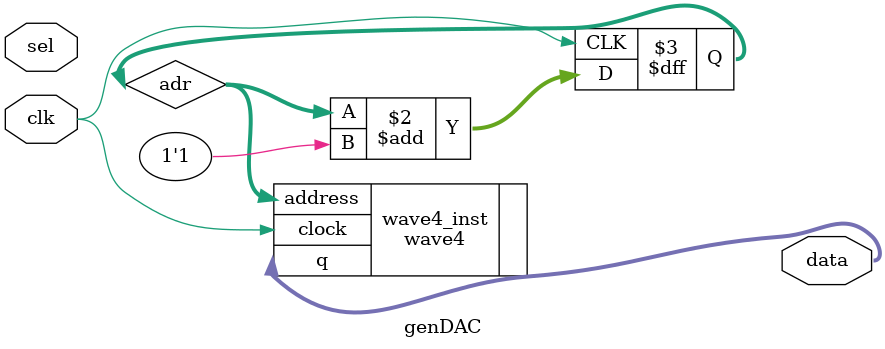
<source format=v>
module genDAC(clk,sel,data);
input clk;
input[1:0] sel;
output[7:0] data;
reg[5:0] adr;
always@(posedge clk)
begin
	adr <= adr +1'b1;
end

wave4	wave4_inst (
	.address ( adr ),
	.clock ( clk ),
	.q ( data )
	);
endmodule

</source>
